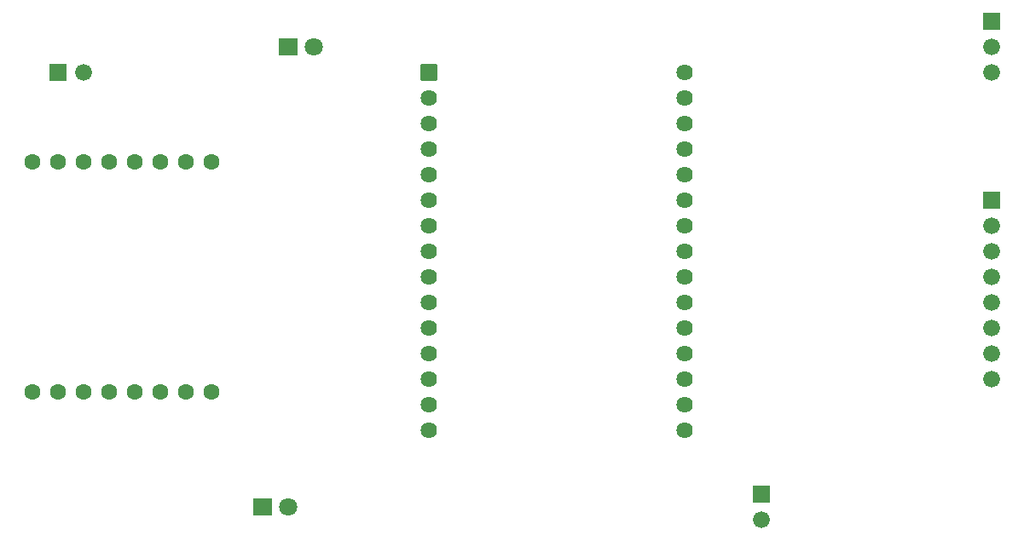
<source format=gts>
G04 Layer: TopSolderMaskLayer*
G04 EasyEDA v6.5.51, 2025-11-27 18:45:45*
G04 165794e495e04085a6bddc9ff9194116,e0a4688c9a4c477ab9b1abdd6ae47455,10*
G04 Gerber Generator version 0.2*
G04 Scale: 100 percent, Rotated: No, Reflected: No *
G04 Dimensions in millimeters *
G04 leading zeros omitted , absolute positions ,4 integer and 5 decimal *
%FSLAX45Y45*%
%MOMM*%

%AMMACRO1*4,1,8,-0.871,-0.8382,-0.9007,-0.8082,-0.9007,0.8085,-0.871,0.8382,0.8707,0.8382,0.9007,0.8085,0.9007,-0.8082,0.8707,-0.8382,-0.871,-0.8382,0*%
%AMMACRO2*4,1,8,-0.8085,-0.8382,-0.8382,-0.8082,-0.8382,0.8085,-0.8085,0.8382,0.8082,0.8382,0.8382,0.8085,0.8382,-0.8082,0.8082,-0.8382,-0.8085,-0.8382,0*%
%AMMACRO3*4,1,8,-0.7831,-0.8128,-0.8128,-0.7828,-0.8128,0.7831,-0.7831,0.8128,0.7828,0.8128,0.8128,0.7831,0.8128,-0.7828,0.7828,-0.8128,-0.7831,-0.8128,0*%
%ADD10MACRO1*%
%ADD11C,1.8016*%
%ADD12MACRO2*%
%ADD13C,1.6764*%
%ADD14MACRO3*%
%ADD15C,1.6256*%
%ADD16C,1.6016*%
%ADD17C,0.0139*%

%LPD*%
D10*
G01*
X3683000Y3048000D03*
D11*
G01*
X3937000Y3048000D03*
D10*
G01*
X3937000Y7620000D03*
D11*
G01*
X4191000Y7620000D03*
D12*
G01*
X1651000Y7366000D03*
D13*
G01*
X1905000Y7366000D03*
D12*
G01*
X8636000Y3175000D03*
D13*
G01*
X8636000Y2921000D03*
D14*
G01*
X5333974Y7366025D03*
D15*
G01*
X5333974Y7112025D03*
G01*
X5333974Y6858025D03*
G01*
X5333974Y6604025D03*
G01*
X5333974Y6350025D03*
G01*
X5333974Y6096025D03*
G01*
X5333974Y5842025D03*
G01*
X5333974Y5588025D03*
G01*
X5333974Y5334025D03*
G01*
X5333974Y5080025D03*
G01*
X5333974Y4826025D03*
G01*
X5333974Y4572025D03*
G01*
X5333974Y4318025D03*
G01*
X5333974Y4064025D03*
G01*
X5333974Y3810025D03*
G01*
X7873974Y3810025D03*
G01*
X7873974Y4064025D03*
G01*
X7873974Y4318025D03*
G01*
X7873974Y4572025D03*
G01*
X7873974Y4826025D03*
G01*
X7873974Y5080025D03*
G01*
X7873974Y5334025D03*
G01*
X7873974Y5588025D03*
G01*
X7873974Y5842025D03*
G01*
X7873974Y6096025D03*
G01*
X7873974Y6350025D03*
G01*
X7873974Y6604025D03*
G01*
X7873974Y6858025D03*
G01*
X7873974Y7112025D03*
G01*
X7873974Y7366025D03*
D16*
G01*
X3175000Y6477000D03*
G01*
X2921000Y6477000D03*
G01*
X2667000Y6477000D03*
G01*
X2413000Y6477000D03*
G01*
X2159000Y6477000D03*
G01*
X1905000Y6477000D03*
G01*
X1651000Y6477000D03*
G01*
X1397000Y6477000D03*
G01*
X1397000Y4191000D03*
G01*
X1651000Y4191000D03*
G01*
X1905000Y4191000D03*
G01*
X2159000Y4191000D03*
G01*
X2413000Y4191000D03*
G01*
X2667000Y4191000D03*
G01*
X2921000Y4191000D03*
G01*
X3175000Y4191000D03*
D12*
G01*
X10922000Y6096000D03*
D13*
G01*
X10922000Y5842000D03*
G01*
X10922000Y5588000D03*
G01*
X10922000Y5334000D03*
G01*
X10922000Y5080000D03*
G01*
X10922000Y4826000D03*
G01*
X10922000Y4572000D03*
G01*
X10922000Y4318000D03*
G01*
X10922000Y7366000D03*
G01*
X10922000Y7620000D03*
D12*
G01*
X10922000Y7874000D03*
M02*

</source>
